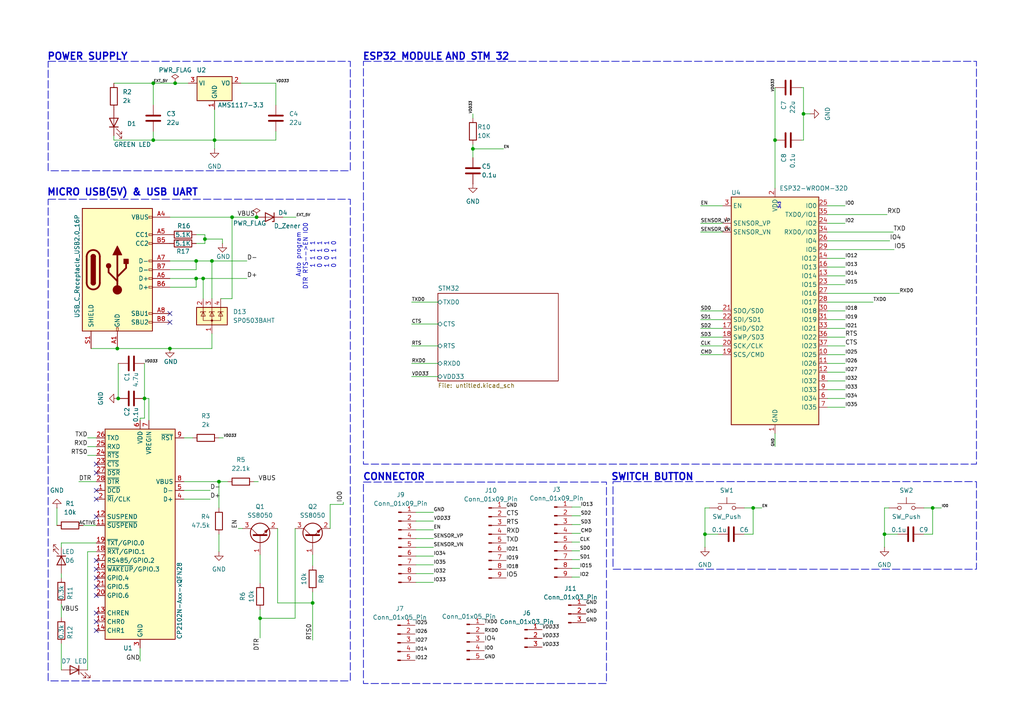
<source format=kicad_sch>
(kicad_sch (version 20250114) (generator "eeschema") (generator_version "9.0")
  (paper "A4")
  (title_block (title "ESP32 SRA") (date "2025-07-25") (rev "1") (company "OMKAR NANAJKAR"))
  (lib_symbols
    (symbol "Connector:Conn_01x03_Pin" (pin_names (offset 1.016) (hide yes))
      (property "Reference" "J" (at 0 5.08 0))
      (property "Value" "Conn_01x03_Pin" (at 0 -5.08 0))
      (symbol "Conn_01x03_Pin_1_1"
        (pin passive line (at 5.08 2.54 180) (length 3.81) (name "Pin_1") (number "1"))
        (pin passive line (at 5.08 0 180) (length 3.81) (name "Pin_2") (number "2"))
        (pin passive line (at 5.08 -2.54 180) (length 3.81) (name "Pin_3") (number "3"))
      )
    )
    (symbol "Connector:Conn_01x05_Pin" (pin_names (offset 1.016) (hide yes))
      (property "Reference" "J" (at 0 7.62 0))
      (property "Value" "Conn_01x05_Pin" (at 0 -7.62 0))
      (symbol "Conn_01x05_Pin_1_1"
        (pin passive line (at 5.08 5.08 180) (length 3.81) (name "Pin_1") (number "1"))
        (pin passive line (at 5.08 2.54 180) (length 3.81) (name "Pin_2") (number "2"))
        (pin passive line (at 5.08 0 180) (length 3.81) (name "Pin_3") (number "3"))
        (pin passive line (at 5.08 -2.54 180) (length 3.81) (name "Pin_4") (number "4"))
        (pin passive line (at 5.08 -5.08 180) (length 3.81) (name "Pin_5") (number "5"))
      )
    )
    (symbol "Connector:Conn_01x09_Pin" (pin_names (offset 1.016) (hide yes))
      (property "Reference" "J" (at 0 12.7 0))
      (property "Value" "Conn_01x09_Pin" (at 0 -12.7 0))
      (symbol "Conn_01x09_Pin_1_1"
        (pin passive line (at 5.08 10.16 180) (length 3.81) (name "Pin_1") (number "1"))
        (pin passive line (at 5.08 7.62 180) (length 3.81) (name "Pin_2") (number "2"))
        (pin passive line (at 5.08 5.08 180) (length 3.81) (name "Pin_3") (number "3"))
        (pin passive line (at 5.08 2.54 180) (length 3.81) (name "Pin_4") (number "4"))
        (pin passive line (at 5.08 0 180) (length 3.81) (name "Pin_5") (number "5"))
        (pin passive line (at 5.08 -2.54 180) (length 3.81) (name "Pin_6") (number "6"))
        (pin passive line (at 5.08 -5.08 180) (length 3.81) (name "Pin_7") (number "7"))
        (pin passive line (at 5.08 -7.62 180) (length 3.81) (name "Pin_8") (number "8"))
        (pin passive line (at 5.08 -10.16 180) (length 3.81) (name "Pin_9") (number "9"))
      )
    )
    (symbol "Connector:USB_C_Receptacle_USB2.0_16P" (pin_names (offset 1.016))
      (property "Reference" "J" (at 0 22.225 0))
      (property "Value" "USB_C_Receptacle_USB2.0_16P" (at 0 19.685 0))
      (symbol "USB_C_Receptacle_USB2.0_16P_1_1"
        (pin passive line (at -7.62 -22.86 90) (length 5.08) (name "SHIELD") (number "S1"))
        (pin passive line (at 0 -22.86 90) (length 5.08) (name "GND") (number "A1"))
        (pin passive line (at 0 -22.86 90) (length 5.08) (hide yes) (name "GND") (number "A12"))
        (pin passive line (at 0 -22.86 90) (length 5.08) (hide yes) (name "GND") (number "B1"))
        (pin passive line (at 0 -22.86 90) (length 5.08) (hide yes) (name "GND") (number "B12"))
        (pin passive line (at 15.24 15.24 180) (length 5.08) (name "VBUS") (number "A4"))
        (pin passive line (at 15.24 15.24 180) (length 5.08) (hide yes) (name "VBUS") (number "A9"))
        (pin passive line (at 15.24 15.24 180) (length 5.08) (hide yes) (name "VBUS") (number "B4"))
        (pin passive line (at 15.24 15.24 180) (length 5.08) (hide yes) (name "VBUS") (number "B9"))
        (pin bidirectional line (at 15.24 10.16 180) (length 5.08) (name "CC1") (number "A5"))
        (pin bidirectional line (at 15.24 7.62 180) (length 5.08) (name "CC2") (number "B5"))
        (pin bidirectional line (at 15.24 2.54 180) (length 5.08) (name "D-") (number "A7"))
        (pin bidirectional line (at 15.24 0 180) (length 5.08) (name "D-") (number "B7"))
        (pin bidirectional line (at 15.24 -2.54 180) (length 5.08) (name "D+") (number "A6"))
        (pin bidirectional line (at 15.24 -5.08 180) (length 5.08) (name "D+") (number "B6"))
        (pin bidirectional line (at 15.24 -12.7 180) (length 5.08) (name "SBU1") (number "A8"))
        (pin bidirectional line (at 15.24 -15.24 180) (length 5.08) (name "SBU2") (number "B8"))
      )
    )
    (symbol "Device:C" (pin_numbers (hide yes)) (pin_names (offset 0.254))
      (property "Reference" "C" (at 0.635 2.54 0))
      (property "Value" "C" (at 0.635 -2.54 0))
      (symbol "C_1_1"
        (pin passive line (at 0 3.81 270) (length 2.794) (name "~") (number "1"))
        (pin passive line (at 0 -3.81 90) (length 2.794) (name "~") (number "2"))
      )
    )
    (symbol "Device:D_Zener" (pin_numbers (hide yes)) (pin_names (offset 1.016) (hide yes))
      (property "Reference" "D" (at 0 2.54 0))
      (property "Value" "D_Zener" (at 0 -2.54 0))
      (symbol "D_Zener_1_1"
        (pin passive line (at -3.81 0 0) (length 2.54) (name "K") (number "1"))
        (pin passive line (at 3.81 0 180) (length 2.54) (name "A") (number "2"))
      )
    )
    (symbol "Device:LED" (pin_numbers (hide yes)) (pin_names (offset 1.016) (hide yes))
      (property "Reference" "D" (at 0 2.54 0))
      (property "Value" "LED" (at 0 -2.54 0))
      (symbol "LED_1_1"
        (pin passive line (at -3.81 0 0) (length 2.54) (name "K") (number "1"))
        (pin passive line (at 3.81 0 180) (length 2.54) (name "A") (number "2"))
      )
    )
    (symbol "Device:R" (pin_numbers (hide yes)) (pin_names (offset 0))
      (property "Reference" "R" (at 2.032 0 90))
      (property "Value" "R" (at 0 0 90))
      (symbol "R_1_1"
        (pin passive line (at 0 3.81 270) (length 1.27) (name "~") (number "1"))
        (pin passive line (at 0 -3.81 90) (length 1.27) (name "~") (number "2"))
      )
    )
    (symbol "Interface_USB:CP2102N-Axx-xQFN28"
      (property "Reference" "U" (at -8.89 31.75 0))
      (property "Value" "CP2102N-Axx-xQFN28" (at 12.7 31.75 0))
      (symbol "CP2102N-Axx-xQFN28_1_1"
        (pin input line (at -12.7 27.94 0) (length 2.54) (name "~{RST}") (number "9"))
        (pin input line (at -12.7 15.24 0) (length 2.54) (name "VBUS") (number "8"))
        (pin bidirectional line (at -12.7 12.7 0) (length 2.54) (name "D-") (number "5"))
        (pin bidirectional line (at -12.7 10.16 0) (length 2.54) (name "D+") (number "4"))
        (pin no_connect line (at -10.16 -27.94 0) (length 2.54) (hide yes) (name "NC") (number "10"))
        (pin power_in line (at -2.54 33.02 270) (length 2.54) (name "VREGIN") (number "7"))
        (pin power_in line (at 0 33.02 270) (length 2.54) (name "VDD") (number "6"))
        (pin passive line (at 0 -33.02 90) (length 2.54) (hide yes) (name "GND") (number "29"))
        (pin power_in line (at 0 -33.02 90) (length 2.54) (name "GND") (number "3"))
        (pin output line (at 12.7 27.94 180) (length 2.54) (name "TXD") (number "26"))
        (pin input line (at 12.7 25.4 180) (length 2.54) (name "RXD") (number "25"))
        (pin output line (at 12.7 22.86 180) (length 2.54) (name "~{RTS}") (number "24"))
        (pin input line (at 12.7 20.32 180) (length 2.54) (name "~{CTS}") (number "23"))
        (pin input line (at 12.7 17.78 180) (length 2.54) (name "~{DSR}") (number "27"))
        (pin output line (at 12.7 15.24 180) (length 2.54) (name "~{DTR}") (number "28"))
        (pin input line (at 12.7 12.7 180) (length 2.54) (name "~{DCD}") (number "1"))
        (pin bidirectional line (at 12.7 10.16 180) (length 2.54) (name "~{RI}/CLK") (number "2"))
        (pin output line (at 12.7 5.08 180) (length 2.54) (name "SUSPEND") (number "12"))
        (pin output line (at 12.7 2.54 180) (length 2.54) (name "~{SUSPEND}") (number "11"))
        (pin bidirectional line (at 12.7 -2.54 180) (length 2.54) (name "~{TXT}/GPIO.0") (number "19"))
        (pin bidirectional line (at 12.7 -5.08 180) (length 2.54) (name "~{RXT}/GPIO.1") (number "18"))
        (pin bidirectional line (at 12.7 -7.62 180) (length 2.54) (name "RS485/GPIO.2") (number "17"))
        (pin bidirectional line (at 12.7 -10.16 180) (length 2.54) (name "~{WAKEUP}/GPIO.3") (number "16"))
        (pin bidirectional line (at 12.7 -12.7 180) (length 2.54) (name "GPIO.4") (number "22"))
        (pin bidirectional line (at 12.7 -15.24 180) (length 2.54) (name "GPIO.5") (number "21"))
        (pin bidirectional line (at 12.7 -17.78 180) (length 2.54) (name "GPIO.6") (number "20"))
        (pin output line (at 12.7 -22.86 180) (length 2.54) (name "CHREN") (number "13"))
        (pin output line (at 12.7 -25.4 180) (length 2.54) (name "CHR0") (number "15"))
        (pin output line (at 12.7 -27.94 180) (length 2.54) (name "CHR1") (number "14"))
      )
    )
    (symbol "Power_Protection:SP0503BAHT" (pin_names (hide yes))
      (property "Reference" "D" (at 5.715 2.54 0))
      (property "Value" "SP0503BAHT" (at 5.715 0.635 0))
      (symbol "SP0503BAHT_0_0"
        (pin passive line (at 0 -5.08 90) (length 2.54) (name "A") (number "1"))
      )
      (symbol "SP0503BAHT_1_1"
        (pin passive line (at -2.54 5.08 270) (length 2.54) (name "K") (number "2"))
        (pin passive line (at 0 5.08 270) (length 2.54) (name "K") (number "3"))
        (pin passive line (at 2.54 5.08 270) (length 2.54) (name "K") (number "4"))
      )
    )
    (symbol "RF_Module:ESP32-WROOM-32D"
      (property "Reference" "U" (at -12.7 34.29 0))
      (property "Value" "ESP32-WROOM-32D" (at 1.27 34.29 0))
      (symbol "ESP32-WROOM-32D_1_1"
        (pin input line (at -15.24 30.48 0) (length 2.54) (name "EN") (number "3"))
        (pin input line (at -15.24 25.4 0) (length 2.54) (name "SENSOR_VP") (number "4"))
        (pin input line (at -15.24 22.86 0) (length 2.54) (name "SENSOR_VN") (number "5"))
        (pin bidirectional line (at -15.24 0 0) (length 2.54) (name "SDO/SD0") (number "21"))
        (pin bidirectional line (at -15.24 -2.54 0) (length 2.54) (name "SDI/SD1") (number "22"))
        (pin bidirectional line (at -15.24 -5.08 0) (length 2.54) (name "SHD/SD2") (number "17"))
        (pin bidirectional line (at -15.24 -7.62 0) (length 2.54) (name "SWP/SD3") (number "18"))
        (pin bidirectional line (at -15.24 -10.16 0) (length 2.54) (name "SCK/CLK") (number "20"))
        (pin bidirectional line (at -15.24 -12.7 0) (length 2.54) (name "SCS/CMD") (number "19"))
        (pin no_connect line (at -12.7 -27.94 0) (length 2.54) (hide yes) (name "NC") (number "32"))
        (pin power_in line (at 0 35.56 270) (length 2.54) (name "VDD") (number "2"))
        (pin power_in line (at 0 -35.56 90) (length 2.54) (name "GND") (number "1"))
        (pin passive line (at 0 -35.56 90) (length 2.54) (hide yes) (name "GND") (number "15"))
        (pin passive line (at 0 -35.56 90) (length 2.54) (hide yes) (name "GND") (number "38"))
        (pin passive line (at 0 -35.56 90) (length 2.54) (hide yes) (name "GND") (number "39"))
        (pin bidirectional line (at 15.24 30.48 180) (length 2.54) (name "IO0") (number "25"))
        (pin bidirectional line (at 15.24 27.94 180) (length 2.54) (name "TXD0/IO1") (number "35"))
        (pin bidirectional line (at 15.24 25.4 180) (length 2.54) (name "IO2") (number "24"))
        (pin bidirectional line (at 15.24 22.86 180) (length 2.54) (name "RXD0/IO3") (number "34"))
        (pin bidirectional line (at 15.24 20.32 180) (length 2.54) (name "IO4") (number "26"))
        (pin bidirectional line (at 15.24 17.78 180) (length 2.54) (name "IO5") (number "29"))
        (pin bidirectional line (at 15.24 15.24 180) (length 2.54) (name "IO12") (number "14"))
        (pin bidirectional line (at 15.24 12.7 180) (length 2.54) (name "IO13") (number "16"))
        (pin bidirectional line (at 15.24 10.16 180) (length 2.54) (name "IO14") (number "13"))
        (pin bidirectional line (at 15.24 7.62 180) (length 2.54) (name "IO15") (number "23"))
        (pin bidirectional line (at 15.24 5.08 180) (length 2.54) (name "IO16") (number "27"))
        (pin bidirectional line (at 15.24 2.54 180) (length 2.54) (name "IO17") (number "28"))
        (pin bidirectional line (at 15.24 0 180) (length 2.54) (name "IO18") (number "30"))
        (pin bidirectional line (at 15.24 -2.54 180) (length 2.54) (name "IO19") (number "31"))
        (pin bidirectional line (at 15.24 -5.08 180) (length 2.54) (name "IO21") (number "33"))
        (pin bidirectional line (at 15.24 -7.62 180) (length 2.54) (name "IO22") (number "36"))
        (pin bidirectional line (at 15.24 -10.16 180) (length 2.54) (name "IO23") (number "37"))
        (pin bidirectional line (at 15.24 -12.7 180) (length 2.54) (name "IO25") (number "10"))
        (pin bidirectional line (at 15.24 -15.24 180) (length 2.54) (name "IO26") (number "11"))
        (pin bidirectional line (at 15.24 -17.78 180) (length 2.54) (name "IO27") (number "12"))
        (pin bidirectional line (at 15.24 -20.32 180) (length 2.54) (name "IO32") (number "8"))
        (pin bidirectional line (at 15.24 -22.86 180) (length 2.54) (name "IO33") (number "9"))
        (pin input line (at 15.24 -25.4 180) (length 2.54) (name "IO34") (number "6"))
        (pin input line (at 15.24 -27.94 180) (length 2.54) (name "IO35") (number "7"))
      )
    )
    (symbol "Regulator_Linear:AMS1117-3.3"
      (property "Reference" "U" (at -3.81 3.175 0))
      (property "Value" "AMS1117-3.3" (at 0 3.175 0))
      (symbol "AMS1117-3.3_1_1"
        (pin power_in line (at -7.62 0 0) (length 2.54) (name "VI") (number "3"))
        (pin power_in line (at 0 -7.62 90) (length 2.54) (name "GND") (number "1"))
        (pin power_out line (at 7.62 0 180) (length 2.54) (name "VO") (number "2"))
      )
    )
    (symbol "Switch:SW_Push" (pin_numbers (hide yes)) (pin_names (offset 1.016) (hide yes))
      (property "Reference" "SW" (at 1.27 2.54 0))
      (property "Value" "SW_Push" (at 0 -1.524 0))
      (symbol "SW_Push_0_1"
        (pin passive line (at -5.08 0 0) (length 2.54) (name "1") (number "1"))
        (pin passive line (at 5.08 0 180) (length 2.54) (name "2") (number "2"))
      )
    )
    (symbol "Transistor_BJT:SS8050" (pin_names (offset 0) (hide yes))
      (property "Reference" "Q" (at 5.08 1.905 0))
      (property "Value" "SS8050" (at 5.08 0 0))
      (symbol "SS8050_1_1"
        (pin input line (at -5.08 0 0) (length 2.54) (name "B") (number "1"))
        (pin passive line (at 2.54 5.08 270) (length 2.54) (name "C") (number "3"))
        (pin passive line (at 2.54 -5.08 90) (length 2.54) (name "E") (number "2"))
      )
    )
    (symbol "power:GND" (power) (pin_numbers (hide yes)) (pin_names (offset 0) (hide yes))
      (property "Value" "GND" (at 0 -3.81 0))
      (symbol "GND_1_1"
        (pin power_in line (at 0 0 270) (length 0) (name "~") (number "1"))
      )
    )
    (symbol "power:PWR_FLAG" (power) (pin_numbers (hide yes)) (pin_names (offset 0) (hide yes))
      (property "Value" "PWR_FLAG" (at 0 3.81 0))
      (symbol "PWR_FLAG_0_0"
        (pin power_out line (at 0 0 90) (length 0) (name "~") (number "1"))
      )
    )
  )
  (rectangle (start 177.8 139.7) (end 283.21 165.1) (stroke (width 0.2) (type dash)))
  (rectangle (start 105.41 139.827) (end 175.895 198.247) (stroke (width 0.2) (type dash)))
  (rectangle (start 13.97 17.78) (end 101.6 49.53) (stroke (width 0.2) (type dash)))
  (rectangle (start 13.97 57.785) (end 101.6 197.485) (stroke (width 0.2) (type dash)))
  (rectangle (start 105.41 17.78) (end 283.21 134.62) (stroke (width 0.2) (type dash)))
  (text "3v3\n" (at 226.06 59.69 90) (effects (font (size 0.762 0.762))))
  (text " Auto program\nDTR RTS-->EN IO0\n 1 1 1 1\n 0 0 1 1\n 1 0 0 1\n 0 1 1 0" (at 91.694 74.422 90) (effects (font (size 1.27 1.27))))
  (text "ESP32 MODULE" (at 116.84 16.51 0) (effects (font (size 2 2) (thickness 0.4) (bold yes))))
  (text "MICRO USB(5V) & USB UART" (at 35.56 55.88 0) (effects (font (size 2 2) (thickness 0.4) (bold yes))))
  (text "CONNECTOR" (at 114.3 138.43 0) (effects (font (size 2 2) (thickness 0.4) (bold yes))))
  (text "AND STM 32" (at 138.43 16.51 0) (effects (font (size 2 2) (thickness 0.4) (bold yes))))
  (text "POWER SUPPLY\n" (at 25.4 16.51 0) (effects (font (size 2 2) (thickness 0.4) (bold yes))))
  (text "SWITCH BUTTON" (at 189.23 138.43 0) (effects (font (size 2 2) (thickness 0.4) (bold yes))))
  (junction (at 224.79 40.64))
  (junction (at 256.54 154.94))
  (junction (at 61.468 75.692))
  (junction (at 233.045 33.02))
  (junction (at 63.5 139.7))
  (junction (at 218.44 147.32))
  (junction (at 41.91 115.57))
  (junction (at 137.16 43.18))
  (junction (at 56.896 80.772))
  (junction (at 75.438 179.324))
  (junction (at 62.23 40.64))
  (junction (at 34.29 115.57))
  (junction (at 59.436 69.342))
  (junction (at 90.678 174.879))
  (junction (at 49.276 101.092))
  (junction (at 34.036 101.092))
  (junction (at 270.51 147.32))
  (junction (at 56.896 75.692))
  (junction (at 44.45 40.64))
  (junction (at 67.31 62.992))
  (junction (at 58.928 80.772))
  (junction (at 204.47 154.94))
  (junction (at 50.8 24.13))
  (junction (at 74.422 62.992))
  (junction (at 44.45 24.13))
  (no_connect (at 27.94 162.56))
  (no_connect (at 27.94 167.64))
  (no_connect (at 27.94 177.8))
  (no_connect (at 27.94 165.1))
  (no_connect (at 27.94 182.88))
  (no_connect (at 27.94 172.72))
  (no_connect (at 27.94 137.16))
  (no_connect (at 27.94 170.18))
  (no_connect (at 27.94 142.24))
  (no_connect (at 27.94 180.34))
  (no_connect (at 27.94 149.86))
  (no_connect (at 27.94 134.62))
  (no_connect (at 49.276 93.472))
  (no_connect (at 49.276 90.932))
  (no_connect (at 27.94 144.78))
  (wire (pts (xy 73.66 139.7) (xy 74.93 139.7)))
  (wire (pts (xy 33.02 24.13) (xy 44.45 24.13)))
  (wire (pts (xy 64.516 69.342) (xy 59.436 69.342)))
  (wire (pts (xy 204.47 154.94) (xy 208.28 154.94)))
  (wire (pts (xy 256.54 147.32) (xy 257.81 147.32)))
  (wire (pts (xy 203.2 95.25) (xy 209.55 95.25)))
  (wire (pts (xy 63.5 127) (xy 64.77 127)))
  (wire (pts (xy 90.678 174.879) (xy 90.678 171.704)))
  (wire (pts (xy 270.51 154.94) (xy 267.97 154.94)))
  (wire (pts (xy 59.436 69.342) (xy 59.436 70.612)))
  (wire (pts (xy 233.045 33.02) (xy 233.045 40.64)))
  (wire (pts (xy 49.276 80.772) (xy 56.896 80.772)))
  (wire (pts (xy 43.18 115.57) (xy 41.91 115.57)))
  (wire (pts (xy 75.438 160.909) (xy 75.438 169.164)))
  (wire (pts (xy 218.44 147.32) (xy 218.44 154.94)))
  (wire (pts (xy 257.302 62.23) (xy 240.03 62.23)))
  (wire (pts (xy 80.01 24.13) (xy 80.01 30.48)))
  (wire (pts (xy 233.045 33.02) (xy 234.95 33.02)))
  (wire (pts (xy 61.468 96.774) (xy 61.468 101.092)))
  (wire (pts (xy 17.78 175.26) (xy 17.78 179.07)))
  (wire (pts (xy 25.4 160.02) (xy 25.4 194.31)))
  (wire (pts (xy 240.03 72.39) (xy 259.334 72.39)))
  (wire (pts (xy 82.042 62.992) (xy 85.852 62.992)))
  (wire (pts (xy 119.38 93.98) (xy 127 93.98)))
  (wire (pts (xy 80.518 153.289) (xy 80.518 174.879)))
  (wire (pts (xy 120.65 161.29) (xy 125.73 161.29)))
  (wire (pts (xy 56.896 75.692) (xy 56.896 78.232)))
  (wire (pts (xy 270.51 147.32) (xy 270.51 154.94)))
  (wire (pts (xy 232.41 25.4) (xy 233.045 25.4)))
  (wire (pts (xy 63.5 139.7) (xy 53.34 139.7)))
  (wire (pts (xy 66.04 139.7) (xy 63.5 139.7)))
  (wire (pts (xy 203.2 97.79) (xy 209.55 97.79)))
  (wire (pts (xy 240.03 118.11) (xy 245.11 118.11)))
  (wire (pts (xy 224.79 25.4) (xy 224.79 40.64)))
  (wire (pts (xy 27.94 157.48) (xy 17.78 157.48)))
  (wire (pts (xy 203.2 67.31) (xy 209.55 67.31)))
  (wire (pts (xy 75.438 179.324) (xy 85.598 179.324)))
  (wire (pts (xy 137.16 41.91) (xy 137.16 43.18)))
  (wire (pts (xy 17.78 166.37) (xy 17.78 167.64)))
  (wire (pts (xy 85.598 153.289) (xy 85.598 179.324)))
  (wire (pts (xy 240.03 92.71) (xy 245.11 92.71)))
  (wire (pts (xy 17.78 186.69) (xy 17.78 194.31)))
  (wire (pts (xy 27.94 129.54) (xy 25.4 129.54)))
  (wire (pts (xy 75.438 179.324) (xy 75.438 176.784)))
  (wire (pts (xy 240.03 95.25) (xy 245.11 95.25)))
  (wire (pts (xy 120.65 148.59) (xy 125.73 148.59)))
  (wire (pts (xy 203.2 102.87) (xy 209.55 102.87)))
  (wire (pts (xy 33.02 39.37) (xy 33.02 40.64)))
  (wire (pts (xy 64.008 86.614) (xy 67.31 86.614)))
  (wire (pts (xy 16.51 147.32) (xy 16.51 152.4)))
  (wire (pts (xy 224.79 40.64) (xy 224.79 54.61)))
  (wire (pts (xy 63.5 139.7) (xy 63.5 147.32)))
  (wire (pts (xy 240.03 77.47) (xy 245.11 77.47)))
  (wire (pts (xy 80.01 40.64) (xy 80.01 38.1)))
  (wire (pts (xy 215.9 147.32) (xy 218.44 147.32)))
  (wire (pts (xy 165.862 159.766) (xy 168.148 159.766)))
  (wire (pts (xy 61.468 75.692) (xy 71.628 75.692)))
  (wire (pts (xy 119.38 87.63) (xy 127 87.63)))
  (wire (pts (xy 40.64 187.96) (xy 40.64 191.77)))
  (wire (pts (xy 240.03 115.57) (xy 245.11 115.57)))
  (wire (pts (xy 119.38 100.33) (xy 127 100.33)))
  (wire (pts (xy 55.88 127) (xy 53.34 127)))
  (wire (pts (xy 240.03 74.93) (xy 245.11 74.93)))
  (wire (pts (xy 137.16 43.18) (xy 137.16 45.72)))
  (wire (pts (xy 41.91 105.41) (xy 41.91 115.57)))
  (wire (pts (xy 69.85 24.13) (xy 80.01 24.13)))
  (wire (pts (xy 95.758 146.304) (xy 95.758 153.289)))
  (wire (pts (xy 240.03 105.41) (xy 245.11 105.41)))
  (wire (pts (xy 204.47 147.32) (xy 205.74 147.32)))
  (wire (pts (xy 64.516 70.612) (xy 64.516 69.342)))
  (wire (pts (xy 240.03 102.87) (xy 245.11 102.87)))
  (wire (pts (xy 233.045 25.4) (xy 233.045 33.02)))
  (wire (pts (xy 67.31 62.992) (xy 74.422 62.992)))
  (wire (pts (xy 256.54 154.94) (xy 260.35 154.94)))
  (wire (pts (xy 165.862 147.066) (xy 168.402 147.066)))
  (wire (pts (xy 56.896 78.232) (xy 49.276 78.232)))
  (wire (pts (xy 267.97 147.32) (xy 270.51 147.32)))
  (wire (pts (xy 49.276 75.692) (xy 56.896 75.692)))
  (wire (pts (xy 63.5 154.94) (xy 63.5 160.02)))
  (wire (pts (xy 67.31 62.992) (xy 67.31 86.614)))
  (wire (pts (xy 165.862 154.686) (xy 168.402 154.686)))
  (wire (pts (xy 137.16 43.18) (xy 146.05 43.18)))
  (wire (pts (xy 240.03 67.31) (xy 259.08 67.31)))
  (wire (pts (xy 204.47 154.94) (xy 204.47 158.75)))
  (wire (pts (xy 44.45 30.48) (xy 44.45 24.13)))
  (wire (pts (xy 22.86 139.7) (xy 27.94 139.7)))
  (wire (pts (xy 240.03 82.55) (xy 245.11 82.55)))
  (wire (pts (xy 120.65 163.83) (xy 125.73 163.83)))
  (wire (pts (xy 253.238 87.63) (xy 240.03 87.63)))
  (wire (pts (xy 224.79 125.73) (xy 224.79 129.54)))
  (wire (pts (xy 120.65 151.13) (xy 125.73 151.13)))
  (wire (pts (xy 17.78 157.48) (xy 17.78 158.75)))
  (wire (pts (xy 58.928 80.772) (xy 56.896 80.772)))
  (wire (pts (xy 119.38 109.22) (xy 127 109.22)))
  (wire (pts (xy 240.03 64.77) (xy 245.11 64.77)))
  (wire (pts (xy 27.94 127) (xy 25.4 127)))
  (wire (pts (xy 40.64 121.285) (xy 41.91 121.285)))
  (wire (pts (xy 165.862 167.386) (xy 168.148 167.386)))
  (wire (pts (xy 99.568 145.669) (xy 99.568 146.304)))
  (wire (pts (xy 99.568 146.304) (xy 95.758 146.304)))
  (wire (pts (xy 120.65 168.91) (xy 125.73 168.91)))
  (wire (pts (xy 240.03 59.69) (xy 245.11 59.69)))
  (wire (pts (xy 34.036 101.092) (xy 49.276 101.092)))
  (wire (pts (xy 56.896 80.772) (xy 56.896 83.312)))
  (wire (pts (xy 203.2 64.77) (xy 209.55 64.77)))
  (wire (pts (xy 34.29 105.41) (xy 34.29 115.57)))
  (wire (pts (xy 218.44 147.32) (xy 220.98 147.32)))
  (wire (pts (xy 75.438 185.039) (xy 75.438 179.324)))
  (wire (pts (xy 25.4 160.02) (xy 27.94 160.02)))
  (wire (pts (xy 240.03 97.79) (xy 245.11 97.79)))
  (wire (pts (xy 61.468 75.692) (xy 56.896 75.692)))
  (wire (pts (xy 62.23 31.75) (xy 62.23 40.64)))
  (wire (pts (xy 165.862 152.146) (xy 168.402 152.146)))
  (wire (pts (xy 240.03 113.03) (xy 245.11 113.03)))
  (wire (pts (xy 165.862 162.306) (xy 168.148 162.306)))
  (wire (pts (xy 120.65 156.21) (xy 125.73 156.21)))
  (wire (pts (xy 165.862 164.846) (xy 168.148 164.846)))
  (wire (pts (xy 49.276 62.992) (xy 67.31 62.992)))
  (wire (pts (xy 90.678 160.909) (xy 90.678 164.084)))
  (wire (pts (xy 59.436 68.072) (xy 59.436 69.342)))
  (wire (pts (xy 137.16 33.02) (xy 137.16 34.29)))
  (wire (pts (xy 256.54 154.94) (xy 256.54 158.75)))
  (wire (pts (xy 33.02 40.64) (xy 44.45 40.64)))
  (wire (pts (xy 119.38 105.41) (xy 127 105.41)))
  (wire (pts (xy 165.862 149.606) (xy 168.402 149.606)))
  (wire (pts (xy 27.94 132.08) (xy 25.4 132.08)))
  (wire (pts (xy 62.23 40.64) (xy 80.01 40.64)))
  (wire (pts (xy 62.23 40.64) (xy 62.23 43.18)))
  (wire (pts (xy 270.51 147.32) (xy 273.05 147.32)))
  (wire (pts (xy 27.94 152.4) (xy 24.13 152.4)))
  (wire (pts (xy 256.54 147.32) (xy 256.54 154.94)))
  (wire (pts (xy 40.64 121.285) (xy 40.64 121.92)))
  (wire (pts (xy 58.928 80.772) (xy 58.928 86.614)))
  (wire (pts (xy 120.65 158.75) (xy 125.73 158.75)))
  (wire (pts (xy 165.862 157.226) (xy 168.148 157.226)))
  (wire (pts (xy 90.678 185.674) (xy 90.678 174.879)))
  (wire (pts (xy 43.18 121.92) (xy 43.18 115.57)))
  (wire (pts (xy 240.03 100.33) (xy 245.11 100.33)))
  (wire (pts (xy 203.2 59.69) (xy 209.55 59.69)))
  (wire (pts (xy 203.2 92.71) (xy 209.55 92.71)))
  (wire (pts (xy 70.358 153.289) (xy 69.088 153.289)))
  (wire (pts (xy 240.03 107.95) (xy 245.11 107.95)))
  (wire (pts (xy 260.858 85.09) (xy 240.03 85.09)))
  (wire (pts (xy 59.436 70.612) (xy 56.896 70.612)))
  (wire (pts (xy 49.276 101.092) (xy 61.468 101.092)))
  (wire (pts (xy 218.44 154.94) (xy 215.9 154.94)))
  (wire (pts (xy 233.045 40.64) (xy 232.41 40.64)))
  (wire (pts (xy 240.03 69.85) (xy 258.064 69.85)))
  (wire (pts (xy 240.03 90.17) (xy 245.11 90.17)))
  (wire (pts (xy 59.436 68.072) (xy 56.896 68.072)))
  (wire (pts (xy 240.03 110.49) (xy 245.11 110.49)))
  (wire (pts (xy 203.2 90.17) (xy 209.55 90.17)))
  (wire (pts (xy 60.96 142.24) (xy 53.34 142.24)))
  (wire (pts (xy 50.8 24.13) (xy 54.61 24.13)))
  (wire (pts (xy 44.45 24.13) (xy 50.8 24.13)))
  (wire (pts (xy 41.91 121.285) (xy 41.91 115.57)))
  (wire (pts (xy 58.928 80.772) (xy 71.628 80.772)))
  (wire (pts (xy 240.03 80.01) (xy 245.11 80.01)))
  (wire (pts (xy 120.65 166.37) (xy 125.73 166.37)))
  (wire (pts (xy 56.896 83.312) (xy 49.276 83.312)))
  (wire (pts (xy 61.468 75.692) (xy 61.468 86.614)))
  (wire (pts (xy 203.2 100.33) (xy 209.55 100.33)))
  (wire (pts (xy 44.45 38.1) (xy 44.45 40.64)))
  (wire (pts (xy 80.518 174.879) (xy 90.678 174.879)))
  (wire (pts (xy 60.96 144.78) (xy 53.34 144.78)))
  (wire (pts (xy 26.416 101.092) (xy 34.036 101.092)))
  (wire (pts (xy 204.47 147.32) (xy 204.47 154.94)))
  (wire (pts (xy 44.45 40.64) (xy 62.23 40.64)))
  (wire (pts (xy 120.65 153.67) (xy 125.73 153.67)))
  (label "SD1" (at 203.2 92.71 0) (effects (font (size 1 1))))
  (label "RXD0" (at 260.858 85.09 0) (effects (font (size 1 1))))
  (label "RTS" (at 146.812 152.4 0))
  (label "GND" (at 169.926 175.514 0) (effects (font (size 1 1))))
  (label "CMD" (at 168.402 154.686 0) (effects (font (size 1 1))))
  (label "D+" (at 71.628 80.772 0))
  (label "D-" (at 60.96 142.24 0))
  (label "SD2" (at 168.402 149.606 0) (effects (font (size 1 1))))
  (label "IO13" (at 168.402 147.066 0) (effects (font (size 1 1))))
  (label "SD3" (at 203.2 97.79 0) (effects (font (size 1 1))))
  (label "VDD33" (at 157.226 185.166 0) (effects (font (size 1 1) (thickness 0.1524) (bold yes) (italic yes))))
  (label "IO21" (at 245.11 95.25 0) (effects (font (size 1 1))))
  (label "RTS0" (at 25.4 132.08 180))
  (label "RXD" (at 146.812 154.94 0))
  (label "GND" (at 224.79 129.54 90) (effects (font (size 0.762 0.762))))
  (label "ACTIVE" (at 27.94 152.4 180) (effects (font (size 1 1))))
  (label "IO5" (at 259.334 72.39 0))
  (label "DTR" (at 22.86 139.7 0))
  (label "RXD" (at 25.4 129.54 180))
  (label "TXD" (at 259.08 67.31 0))
  (label "IO26" (at 245.11 105.41 0) (effects (font (size 1 1))))
  (label "VBUS" (at 74.93 139.7 0))
  (label "SENSOR_VN" (at 125.73 158.75 0) (effects (font (size 1 1))))
  (label "RXD0" (at 140.462 183.642 0) (effects (font (size 1 1))))
  (label "VDD33" (at 41.91 105.41 0) (effects (font (size 0.762 0.762) (thickness 0.1524) (bold yes) (italic yes))))
  (label "GND" (at 125.73 148.59 0) (effects (font (size 1 1))))
  (label "IO4" (at 140.462 186.182 0))
  (label "IO34" (at 125.73 161.29 0) (effects (font (size 1 1))))
  (label "VDD33" (at 125.73 151.13 0) (effects (font (size 1 1) (thickness 0.1524) (bold yes) (italic yes))))
  (label "EN" (at 69.088 153.289 90))
  (label "TXD" (at 146.812 157.48 0))
  (label "SENSOR_VP" (at 125.73 156.21 0) (effects (font (size 1 1))))
  (label "EXT_5V" (at 85.852 62.992 0) (effects (font (size 0.762 0.762) (thickness 0.1524) (bold yes) (italic yes))))
  (label "TXD" (at 25.4 127 180))
  (label "D+" (at 60.96 144.78 0))
  (label "RTS" (at 245.11 97.79 0))
  (label "GND" (at 140.462 191.262 0) (effects (font (size 1 1))))
  (label "DTR" (at 75.438 185.039 270))
  (label "IO5" (at 146.812 167.64 0))
  (label "RTS0" (at 90.678 185.674 90))
  (label "IO13" (at 245.11 77.47 0) (effects (font (size 1 1))))
  (label "GND" (at 169.926 178.054 0) (effects (font (size 1 1))))
  (label "IO27" (at 120.396 186.436 0) (effects (font (size 1 1))))
  (label "D-" (at 71.628 75.692 0))
  (label "SD2" (at 203.2 95.25 0) (effects (font (size 1 1))))
  (label "TXD0" (at 253.238 87.63 0) (effects (font (size 1 1))))
  (label "CMD" (at 203.2 102.87 0) (effects (font (size 1 1))))
  (label "EN" (at 220.98 147.32 0) (effects (font (size 0.762 0.762))))
  (label "GND" (at 169.926 180.594 0) (effects (font (size 1 1))))
  (label "VBUS" (at 68.834 62.992 0))
  (label "RXD0" (at 119.38 105.41 0) (effects (font (size 1 1))))
  (label "IO32" (at 245.11 110.49 0) (effects (font (size 1 1))))
  (label "IO35" (at 125.73 163.83 0) (effects (font (size 1 1))))
  (label "TXD0" (at 119.38 87.63 0) (effects (font (size 1 1))))
  (label "EN" (at 125.73 153.67 0) (effects (font (size 1 1))))
  (label "IO27" (at 245.11 107.95 0) (effects (font (size 1 1))))
  (label "IO18" (at 146.812 165.1 0) (effects (font (size 1 1))))
  (label "IO19" (at 245.11 92.71 0) (effects (font (size 1 1))))
  (label "IO14" (at 120.396 188.976 0) (effects (font (size 1 1))))
  (label "IO32" (at 125.73 166.37 0) (effects (font (size 1 1))))
  (label "SENSOR_VN" (at 203.2 67.31 0) (effects (font (size 1 1))))
  (label "IO0" (at 99.568 145.669 90))
  (label "IO12" (at 245.11 74.93 0) (effects (font (size 1 1))))
  (label "IO19" (at 146.812 162.56 0) (effects (font (size 1 1))))
  (label "IO0" (at 245.11 59.69 0) (effects (font (size 1 1))))
  (label "VDD33" (at 137.16 33.02 90) (effects (font (size 0.762 0.762) (thickness 0.1524) (bold yes) (italic yes))))
  (label "IO12" (at 120.396 191.516 0) (effects (font (size 1 1))))
  (label "IO18" (at 245.11 90.17 0) (effects (font (size 1 1))))
  (label "IO15" (at 245.11 82.55 0) (effects (font (size 1 1))))
  (label "IO25" (at 245.11 102.87 0) (effects (font (size 1 1))))
  (label "CLK" (at 203.2 100.33 0) (effects (font (size 1 1))))
  (label "VBUS" (at 17.78 177.546 0))
  (label "CLK" (at 168.148 157.226 0) (effects (font (size 1 1))))
  (label "TXD0" (at 140.462 181.102 0) (effects (font (size 1 1))))
  (label "IO21" (at 146.812 160.02 0) (effects (font (size 1 1))))
  (label "CTS" (at 119.38 93.98 0) (effects (font (size 1 1))))
  (label "VDD33" (at 157.226 182.626 0) (effects (font (size 1 1) (thickness 0.1524) (bold yes) (italic yes))))
  (label "IO0" (at 140.462 188.722 0) (effects (font (size 1 1))))
  (label "IO14" (at 245.11 80.01 0) (effects (font (size 1 1))))
  (label "EN" (at 203.2 59.69 0) (effects (font (size 1 1))))
  (label "VDD33" (at 80.01 24.13 0) (effects (font (size 0.762 0.762) (thickness 0.1524) (bold yes) (italic yes))))
  (label "IO35" (at 245.11 118.11 0) (effects (font (size 1 1))))
  (label "IO2" (at 168.148 167.386 0) (effects (font (size 1 1))))
  (label "SD0" (at 203.2 90.17 0) (effects (font (size 1 1))))
  (label "SD1" (at 168.148 162.306 0) (effects (font (size 1 1))))
  (label "EXT_5V" (at 44.45 24.13 0) (effects (font (size 0.762 0.762) (thickness 0.1524) (bold yes) (italic yes))))
  (label "VDD33" (at 119.38 109.22 0) (effects (font (size 1 1) (thickness 0.1524) (bold yes) (italic yes))))
  (label "IO0" (at 273.05 147.32 0) (effects (font (size 0.762 0.762))))
  (label "RXD" (at 257.302 62.23 0))
  (label "CTS" (at 146.812 149.86 0))
  (label "VDD33" (at 224.79 26.67 90) (effects (font (size 0.762 0.762) (thickness 0.1524) (bold yes) (italic yes))))
  (label "IO26" (at 120.396 183.896 0) (effects (font (size 1 1))))
  (label "SD3" (at 168.402 152.146 0) (effects (font (size 1 1))))
  (label "IO2" (at 245.11 64.77 0) (effects (font (size 1 1))))
  (label "GND" (at 40.64 191.77 180))
  (label "IO15" (at 168.148 164.846 0) (effects (font (size 1 1))))
  (label "SD0" (at 168.148 159.766 0) (effects (font (size 1 1))))
  (label "SENSOR_VP" (at 203.2 64.77 0) (effects (font (size 1 1))))
  (label "IO33" (at 125.73 168.91 0) (effects (font (size 1 1))))
  (label "IO33" (at 245.11 113.03 0) (effects (font (size 1 1))))
  (label "IO4" (at 258.064 69.85 0))
  (label "IO25" (at 120.396 181.356 0) (effects (font (size 1 1))))
  (label "VDD33" (at 157.226 187.706 0) (effects (font (size 1 1) (thickness 0.1524) (bold yes) (italic yes))))
  (label "IO34" (at 245.11 115.57 0) (effects (font (size 1 1))))
  (label "VDD33" (at 64.77 127 0) (effects (font (size 0.762 0.762) (thickness 0.1524) (bold yes) (italic yes))))
  (label "GND" (at 146.812 147.32 0) (effects (font (size 1 1))))
  (label "RTS" (at 119.38 100.33 0) (effects (font (size 1 1))))
  (label "CTS" (at 245.11 100.33 0))
  (label "EN" (at 146.05 43.18 0) (effects (font (size 0.762 0.762))))
  (symbol (lib_id "power:GND") (at 34.29 115.57 270) (mirror x) (unit 1)
    (property "Reference" "#PWR03" (effects (hide yes)))
    (property "Value" "GND" (at 29.21 115.57 0))
    (property "Description" "Power symbol creates a global label with name \"GND\" , ground" (effects (hide yes)))
  )
  (symbol (lib_id "power:PWR_FLAG") (at 74.422 62.992 0) (unit 1)
    (property "Reference" "#FLG05" (effects (hide yes)))
    (property "Value" "PWR_FLAG" (at 72.39 64.77 0))
    (property "Description" "Special symbol for telling ERC where power comes from" (effects (hide yes)))
  )
  (symbol (lib_id "Device:R") (at 17.78 171.45 0) (unit 1)
    (property "Reference" "R11" (at 20.32 173.99 90) (effects (justify left)))
    (property "Value" "0.3k" (at 17.78 173.99 90) (effects (justify left)))
    (property "Footprint" "Resistor_SMD:R_0805_2012Metric_Pad1.20x1.40mm_HandSolder" (effects (hide yes)))
    (property "Description" "Resistor" (effects (hide yes)))
  )
  (symbol (lib_id "Regulator_Linear:AMS1117-3.3") (at 62.23 24.13 0) (unit 1)
    (property "Reference" "U2" (at 58.42 20.32 0))
    (property "Value" "AMS1117-3.3" (at 69.85 30.48 0))
    (property "Footprint" "Package_TO_SOT_SMD:SOT-223-3_TabPin2" (effects (hide yes)))
    (property "Datasheet" "http://www.advanced-monolithic.com/pdf/ds1117.pdf" (effects (hide yes)))
    (property "Description" "1A Low Dropout regulator, positive, 3.3V fixed output, SOT-223" (effects (hide yes)))
  )
  (symbol (lib_id "Device:R") (at 137.16 38.1 0) (unit 1)
    (property "Reference" "R10" (at 138.43 36.83 0) (effects (justify left)))
    (property "Value" "10K" (at 138.43 39.37 0) (effects (justify left)))
    (property "Footprint" "Resistor_SMD:R_0805_2012Metric_Pad1.20x1.40mm_HandSolder" (effects (hide yes)))
    (property "Description" "Resistor" (effects (hide yes)))
  )
  (symbol (lib_id "Device:C") (at 38.1 105.41 90) (mirror x) (unit 1)
    (property "Reference" "C1" (at 36.83 107.95 0) (effects (justify left)))
    (property "Value" "4.7u" (at 39.37 107.95 0) (effects (justify left)))
    (property "Footprint" "Capacitor_SMD:C_0805_2012Metric_Pad1.18x1.45mm_HandSolder" (effects (hide yes)))
    (property "Description" "Unpolarized capacitor" (effects (hide yes)))
  )
  (symbol (lib_id "Device:C") (at 228.6 25.4 90) (mirror x) (unit 1)
    (property "Reference" "C7" (at 227.3299 29.21 0) (effects (justify left)))
    (property "Value" "22u" (at 229.8699 29.21 0) (effects (justify left)))
    (property "Footprint" "Capacitor_SMD:C_0805_2012Metric_Pad1.18x1.45mm_HandSolder" (effects (hide yes)))
    (property "Description" "Unpolarized capacitor" (effects (hide yes)))
  )
  (symbol (lib_id "Device:R") (at 53.086 68.072 90) (unit 1)
    (property "Reference" "R16" (at 53.34 65.532 90))
    (property "Value" "5.1K" (at 53.086 68.072 90))
    (property "Footprint" "Resistor_SMD:R_0805_2012Metric" (effects (hide yes)))
    (property "Description" "Resistor" (effects (hide yes)))
  )
  (symbol (lib_id "power:GND") (at 62.23 43.18 0) (unit 1)
    (property "Reference" "#PWR04" (effects (hide yes)))
    (property "Value" "GND" (at 62.23 48.26 0))
    (property "Description" "Power symbol creates a global label with name \"GND\" , ground" (effects (hide yes)))
  )
  (symbol (lib_id "Device:C") (at 212.09 154.94 270) (mirror x) (unit 1)
    (property "Reference" "C6" (at 217.17 153.67 90) (effects (justify right)))
    (property "Value" "0.1u" (at 210.82 153.67 90) (effects (justify right)))
    (property "Footprint" "Capacitor_SMD:C_0805_2012Metric_Pad1.18x1.45mm_HandSolder" (effects (hide yes)))
    (property "Description" "Unpolarized capacitor" (effects (hide yes)))
  )
  (symbol (lib_id "power:GND") (at 234.95 33.02 90) (mirror x) (unit 1)
    (property "Reference" "#PWR09" (effects (hide yes)))
    (property "Value" "GND" (at 240.03 33.02 0))
    (property "Description" "Power symbol creates a global label with name \"GND\" , ground" (effects (hide yes)))
  )
  (symbol (lib_id "Connector:Conn_01x03_Pin") (at 152.146 185.166 0) (unit 1)
    (property "Reference" "J6" (at 152.781 177.8 0))
    (property "Value" "Conn_01x03_Pin" (at 152.781 180.34 0))
    (property "Footprint" "Connector_PinHeader_2.54mm:PinHeader_1x03_P2.54mm_Vertical" (effects (hide yes)))
    (property "Description" "Generic connector, single row, 01x03, script generated" (effects (hide yes)))
  )
  (symbol (lib_id "Connector:Conn_01x03_Pin") (at 164.846 178.054 0) (unit 1)
    (property "Reference" "J11" (at 165.481 170.688 0))
    (property "Value" "Conn_01x03_Pin" (at 165.481 173.228 0))
    (property "Footprint" "Connector_PinHeader_2.54mm:PinHeader_1x03_P2.54mm_Vertical" (effects (hide yes)))
    (property "Description" "Generic connector, single row, 01x03, script generated" (effects (hide yes)))
  )
  (symbol (lib_id "Device:C") (at 44.45 34.29 0) (unit 1)
    (property "Reference" "C3" (at 48.26 33.0199 0) (effects (justify left)))
    (property "Value" "22u" (at 48.26 35.5599 0) (effects (justify left)))
    (property "Footprint" "Capacitor_SMD:C_0805_2012Metric_Pad1.18x1.45mm_HandSolder" (effects (hide yes)))
    (property "Description" "Unpolarized capacitor" (effects (hide yes)))
  )
  (symbol (lib_id "Connector:USB_C_Receptacle_USB2.0_16P") (at 34.036 78.232 0) (unit 1)
    (property "Reference" "J2" (effects (hide yes)))
    (property "Value" "USB_C_Receptacle_USB2.0_16P" (at 22.352 77.216 90))
    (property "Footprint" "Connector_USB:USB_C_Receptacle_HRO_TYPE-C-31-M-12" (effects (hide yes)))
    (property "Datasheet" "https://www.usb.org/sites/default/files/documents/usb_type-c.zip" (effects (hide yes)))
    (property "Description" "USB 2.0-only 16P Type-C Receptacle connector" (effects (hide yes)))
  )
  (symbol (lib_id "Device:R") (at 69.85 139.7 270) (mirror x) (unit 1)
    (property "Reference" "R5" (at 69.85 133.35 90))
    (property "Value" "22.1k" (at 69.85 135.89 90))
    (property "Footprint" "Resistor_SMD:R_0805_2012Metric_Pad1.20x1.40mm_HandSolder" (effects (hide yes)))
    (property "Description" "Resistor" (effects (hide yes)))
  )
  (symbol (lib_id "power:PWR_FLAG") (at 50.8 24.13 0) (unit 1)
    (property "Reference" "#FLG01" (effects (hide yes)))
    (property "Value" "PWR_FLAG" (at 50.8 20.32 0))
    (property "Description" "Special symbol for telling ERC where power comes from" (effects (hide yes)))
  )
  (symbol (lib_id "Device:R") (at 59.69 127 90) (mirror x) (unit 1)
    (property "Reference" "R3" (at 59.69 120.65 90))
    (property "Value" "2k" (at 59.69 123.19 90))
    (property "Footprint" "Resistor_SMD:R_0805_2012Metric_Pad1.20x1.40mm_HandSolder" (effects (hide yes)))
    (property "Description" "Resistor" (effects (hide yes)))
  )
  (symbol (lib_id "Device:C") (at 264.16 154.94 270) (mirror x) (unit 1)
    (property "Reference" "C9" (at 269.24 153.67 90) (effects (justify right)))
    (property "Value" "0.1u" (at 262.89 153.67 90) (effects (justify right)))
    (property "Footprint" "Capacitor_SMD:C_0805_2012Metric_Pad1.18x1.45mm_HandSolder" (effects (hide yes)))
    (property "Description" "Unpolarized capacitor" (effects (hide yes)))
  )
  (symbol (lib_id "Device:LED") (at 21.59 194.31 0) (mirror y) (unit 1)
    (property "Reference" "D7" (at 17.78 191.77 0) (effects (justify right)))
    (property "Value" "LED" (at 21.59 191.77 0) (effects (justify right)))
    (property "Footprint" "LED_SMD:LED_0805_2012Metric_Pad1.15x1.40mm_HandSolder" (effects (hide yes)))
    (property "Description" "Light emitting diode" (effects (hide yes)))
    (property "Sim.Pins" "1=K 2=A" (effects (hide yes)))
  )
  (symbol (lib_id "Device:R") (at 20.32 152.4 90) (mirror x) (unit 1)
    (property "Reference" "R1" (at 20.32 146.05 90))
    (property "Value" "10k" (at 20.32 148.59 90))
    (property "Footprint" "Resistor_SMD:R_0805_2012Metric_Pad1.20x1.40mm_HandSolder" (effects (hide yes)))
    (property "Description" "Resistor" (effects (hide yes)))
  )
  (symbol (lib_id "Device:R") (at 53.086 70.612 90) (unit 1)
    (property "Reference" "R17" (at 53.086 72.898 90))
    (property "Value" "5.1K" (at 53.086 70.612 90))
    (property "Footprint" "Resistor_SMD:R_0805_2012Metric" (effects (hide yes)))
    (property "Description" "Resistor" (effects (hide yes)))
  )
  (symbol (lib_id "Device:C") (at 137.16 49.53 0) (mirror y) (unit 1)
    (property "Reference" "C5" (at 139.7 48.26 0) (effects (justify right)))
    (property "Value" "0.1u" (at 139.7 50.8 0) (effects (justify right)))
    (property "Footprint" "Capacitor_SMD:C_0805_2012Metric_Pad1.18x1.45mm_HandSolder" (effects (hide yes)))
    (property "Description" "Unpolarized capacitor" (effects (hide yes)))
  )
  (symbol (lib_id "Connector:Conn_01x05_Pin") (at 115.316 186.436 0) (unit 1)
    (property "Reference" "J7" (at 115.951 176.53 0))
    (property "Value" "Conn_01x05_Pin" (at 115.951 179.07 0))
    (property "Footprint" "Connector_PinHeader_2.54mm:PinHeader_1x05_P2.54mm_Vertical" (effects (hide yes)))
    (property "Description" "Generic connector, single row, 01x05, script generated" (effects (hide yes)))
  )
  (symbol (lib_id "Connector:Conn_01x05_Pin") (at 135.382 186.182 0) (unit 1)
    (property "Reference" "J8" (effects (hide yes)))
    (property "Value" "Conn_01x05_Pin" (at 136.017 178.816 0))
    (property "Footprint" "Connector_PinHeader_2.54mm:PinHeader_1x05_P2.54mm_Vertical" (effects (hide yes)))
    (property "Description" "Generic connector, single row, 01x05, script generated" (effects (hide yes)))
  )
  (symbol (lib_id "Device:R") (at 90.678 167.894 180) (unit 1)
    (property "Reference" "R8" (at 93.218 167.894 90))
    (property "Value" "10k" (at 88.138 167.894 90))
    (property "Footprint" "Resistor_SMD:R_0805_2012Metric_Pad1.20x1.40mm_HandSolder" (effects (hide yes)))
    (property "Description" "Resistor" (effects (hide yes)))
  )
  (symbol (lib_id "Connector:Conn_01x09_Pin") (at 115.57 158.75 0) (unit 1)
    (property "Reference" "J9" (at 116.205 143.51 0))
    (property "Value" "Conn_01x09_Pin" (at 116.205 146.05 0))
    (property "Footprint" "Connector_PinHeader_2.54mm:PinHeader_1x09_P2.54mm_Vertical" (effects (hide yes)))
    (property "Description" "Generic connector, single row, 01x09, script generated" (effects (hide yes)))
  )
  (symbol (lib_id "Connector:Conn_01x09_Pin") (at 160.782 157.226 0) (unit 1)
    (property "Reference" "J3" (at 161.417 141.986 0))
    (property "Value" "Conn_01x09_Pin" (at 161.417 144.526 0))
    (property "Footprint" "Connector_PinHeader_2.54mm:PinHeader_1x09_P2.54mm_Vertical" (effects (hide yes)))
    (property "Description" "Generic connector, single row, 01x09, script generated" (effects (hide yes)))
  )
  (symbol (lib_id "Power_Protection:SP0503BAHT") (at 61.468 91.694 0) (unit 1)
    (property "Reference" "D13" (at 67.564 90.4239 0) (effects (justify left)))
    (property "Value" "SP0503BAHT" (at 67.564 92.9639 0) (effects (justify left)))
    (property "Footprint" "Package_TO_SOT_SMD:SOT-143" (effects (hide yes)))
    (property "Datasheet" "http://www.littelfuse.com/~/media/files/littelfuse/technical%20resources/documents/data%20sheets/sp05xxba.pdf" (effects (hide yes)))
    (property "Description" "TVS Diode Array, 5.5V Standoff, 3 Channels, SOT-143 package" (effects (hide yes)))
  )
  (symbol (lib_id "RF_Module:ESP32-WROOM-32D") (at 224.79 90.17 0) (unit 1)
    (property "Reference" "U4" (at 212.09 55.88 0) (effects (justify left)))
    (property "Value" "ESP32-WROOM-32D" (at 226.06 54.61 0) (effects (justify left)))
    (property "Footprint" "RF_Module:ESP32-WROOM-32D" (effects (hide yes)))
    (property "Datasheet" "https://www.espressif.com/sites/default/files/documentation/esp32-wroom-32d_esp32-wroom-32u_datasheet_en.pdf" (effects (hide yes)))
    (property "Description" "RF Module, ESP32-D0WD SoC, Wi-Fi 802.11b/g/n, Bluetooth, BLE, 32-bit, 2.7-3.6V, onboard antenna, SMD" (effects (hide yes)))
  )
  (symbol (lib_id "Interface_USB:CP2102N-Axx-xQFN28") (at 40.64 154.94 0) (mirror y) (unit 1)
    (property "Reference" "U1" (at 38.4967 187.96 0) (effects (justify left)))
    (property "Value" "CP2102N-Axx-xQFN28" (at 52.07 185.42 90) (effects (justify left)))
    (property "Footprint" "Package_DFN_QFN:QFN-28-1EP_5x5mm_P0.5mm_EP3.35x3.35mm" (effects (hide yes)))
    (property "Datasheet" "https://www.silabs.com/documents/public/data-sheets/cp2102n-datasheet.pdf" (effects (hide yes)))
    (property "Description" "USB to UART master bridge, QFN-28" (effects (hide yes)))
  )
  (symbol (lib_id "Device:C") (at 38.1 115.57 90) (mirror x) (unit 1)
    (property "Reference" "C2" (at 36.83 118.11 0) (effects (justify left)))
    (property "Value" "0.1u" (at 39.37 118.11 0) (effects (justify left)))
    (property "Footprint" "Capacitor_SMD:C_0805_2012Metric_Pad1.18x1.45mm_HandSolder" (effects (hide yes)))
    (property "Description" "Unpolarized capacitor" (effects (hide yes)))
  )
  (symbol (lib_id "Device:LED") (at 33.02 35.56 90) (unit 1)
    (property "Reference" "D1" (at 36.83 35.8774 90) (effects (justify right)))
    (property "Value" "GREEN LED" (at 33.02 41.91 90) (effects (justify right)))
    (property "Footprint" "LED_SMD:LED_0805_2012Metric_Pad1.15x1.40mm_HandSolder" (effects (hide yes)))
    (property "Description" "Light emitting diode" (effects (hide yes)))
    (property "Sim.Pins" "1=K 2=A" (effects (hide yes)))
  )
  (symbol (lib_id "power:GND") (at 49.276 101.092 0) (unit 1)
    (property "Reference" "#PWR025" (effects (hide yes)))
    (property "Value" "GND" (at 49.53 104.902 0))
    (property "Description" "Power symbol creates a global label with name \"GND\" , ground" (effects (hide yes)))
  )
  (symbol (lib_id "Device:R") (at 63.5 151.13 0) (mirror x) (unit 1)
    (property "Reference" "R4" (at 60.96 149.8599 0) (effects (justify right)))
    (property "Value" "47.5k" (at 60.96 152.3999 0) (effects (justify right)))
    (property "Footprint" "Resistor_SMD:R_0805_2012Metric_Pad1.20x1.40mm_HandSolder" (effects (hide yes)))
    (property "Description" "Resistor" (effects (hide yes)))
  )
  (symbol (lib_id "power:GND") (at 63.5 160.02 0) (mirror y) (unit 1)
    (property "Reference" "#PWR05" (effects (hide yes)))
    (property "Value" "GND" (at 63.5 165.1 0))
    (property "Description" "Power symbol creates a global label with name \"GND\" , ground" (effects (hide yes)))
  )
  (symbol (lib_id "Device:R") (at 33.02 27.94 0) (unit 1)
    (property "Reference" "R2" (at 35.56 26.6699 0) (effects (justify left)))
    (property "Value" "2k" (at 35.56 29.2099 0) (effects (justify left)))
    (property "Footprint" "Resistor_SMD:R_0805_2012Metric_Pad1.20x1.40mm_HandSolder" (effects (hide yes)))
    (property "Description" "Resistor" (effects (hide yes)))
  )
  (symbol (lib_id "Switch:SW_Push") (at 262.89 147.32 0) (unit 1)
    (property "Reference" "SW2" (at 262.89 142.24 0))
    (property "Value" "SW_Push" (at 262.89 149.86 0))
    (property "Footprint" "Button_Switch_SMD:SW_Push_SPST_NO_Alps_SKRK" (effects (hide yes)))
    (property "Description" "Push button switch, generic, two pins" (effects (hide yes)))
  )
  (symbol (lib_id "power:GND") (at 256.54 158.75 0) (unit 1)
    (property "Reference" "#PWR010" (effects (hide yes)))
    (property "Value" "GND" (at 256.54 163.83 0))
    (property "Description" "Power symbol creates a global label with name \"GND\" , ground" (effects (hide yes)))
  )
  (symbol (lib_id "Device:LED") (at 17.78 162.56 270) (unit 1)
    (property "Reference" "D6" (at 21.59 162.56 90) (effects (justify right)))
    (property "Value" "LED" (at 21.59 160.02 90) (effects (justify right)))
    (property "Footprint" "LED_SMD:LED_0805_2012Metric_Pad1.15x1.40mm_HandSolder" (effects (hide yes)))
    (property "Description" "Light emitting diode" (effects (hide yes)))
    (property "Sim.Pins" "1=K 2=A" (effects (hide yes)))
  )
  (symbol (lib_id "Device:C") (at 228.6 40.64 90) (mirror x) (unit 1)
    (property "Reference" "C8" (at 227.3299 44.45 0) (effects (justify left)))
    (property "Value" "0.1u" (at 229.8699 44.45 0) (effects (justify left)))
    (property "Footprint" "Capacitor_SMD:C_0805_2012Metric_Pad1.18x1.45mm_HandSolder" (effects (hide yes)))
    (property "Description" "Unpolarized capacitor" (effects (hide yes)))
  )
  (symbol (lib_id "power:GND") (at 137.16 53.34 0) (unit 1)
    (property "Reference" "#PWR07" (effects (hide yes)))
    (property "Value" "GND" (at 137.16 58.42 0))
    (property "Description" "Power symbol creates a global label with name \"GND\" , ground" (effects (hide yes)))
  )
  (symbol (lib_id "Transistor_BJT:SS8050") (at 90.678 155.829 90) (unit 1)
    (property "Reference" "Q2" (at 90.678 146.939 90))
    (property "Value" "SS8050" (at 90.678 149.479 90))
    (property "Footprint" "Package_TO_SOT_SMD:SOT-23" (effects (hide yes)))
    (property "Datasheet" "http://www.secosgmbh.com/datasheet/products/SSMPTransistor/SOT-23/SS8050.pdf" (effects (hide yes)))
    (property "Description" "General Purpose NPN Transistor, 1.5A Ic, 25V Vce, SOT-23" (effects (hide yes)))
  )
  (symbol (lib_id "Connector:Conn_01x09_Pin") (at 141.732 157.48 0) (unit 1)
    (property "Reference" "J10" (at 142.367 142.24 0))
    (property "Value" "Conn_01x09_Pin" (at 142.367 144.78 0))
    (property "Footprint" "Connector_PinHeader_2.54mm:PinHeader_1x09_P2.54mm_Vertical" (effects (hide yes)))
    (property "Description" "Generic connector, single row, 01x09, script generated" (effects (hide yes)))
  )
  (symbol (lib_id "power:GND") (at 204.47 158.75 0) (unit 1)
    (property "Reference" "#PWR08" (effects (hide yes)))
    (property "Value" "GND" (at 204.47 163.83 0))
    (property "Description" "Power symbol creates a global label with name \"GND\" , ground" (effects (hide yes)))
  )
  (symbol (lib_id "Device:R") (at 75.438 172.974 180) (unit 1)
    (property "Reference" "R6" (at 70.358 172.974 90))
    (property "Value" "10k" (at 72.898 172.974 90))
    (property "Footprint" "Resistor_SMD:R_0805_2012Metric_Pad1.20x1.40mm_HandSolder" (effects (hide yes)))
    (property "Description" "Resistor" (effects (hide yes)))
  )
  (symbol (lib_id "Transistor_BJT:SS8050") (at 75.438 155.829 90) (unit 1)
    (property "Reference" "Q1" (at 75.438 146.939 90))
    (property "Value" "SS8050" (at 75.438 149.479 90))
    (property "Footprint" "Package_TO_SOT_SMD:SOT-23" (effects (hide yes)))
    (property "Datasheet" "http://www.secosgmbh.com/datasheet/products/SSMPTransistor/SOT-23/SS8050.pdf" (effects (hide yes)))
    (property "Description" "General Purpose NPN Transistor, 1.5A Ic, 25V Vce, SOT-23" (effects (hide yes)))
  )
  (symbol (lib_id "Device:R") (at 17.78 182.88 0) (unit 1)
    (property "Reference" "R12" (at 20.32 185.42 90) (effects (justify left)))
    (property "Value" "0.3k" (at 17.78 185.42 90) (effects (justify left)))
    (property "Footprint" "Resistor_SMD:R_0805_2012Metric_Pad1.20x1.40mm_HandSolder" (effects (hide yes)))
    (property "Description" "Resistor" (effects (hide yes)))
  )
  (symbol (lib_id "power:GND") (at 16.51 147.32 0) (mirror x) (unit 1)
    (property "Reference" "#PWR01" (effects (hide yes)))
    (property "Value" "GND" (at 16.51 142.24 0))
    (property "Description" "Power symbol creates a global label with name \"GND\" , ground" (effects (hide yes)))
  )
  (symbol (lib_id "Device:C") (at 80.01 34.29 0) (unit 1)
    (property "Reference" "C4" (at 83.82 33.0199 0) (effects (justify left)))
    (property "Value" "22u" (at 83.82 35.5599 0) (effects (justify left)))
    (property "Footprint" "Capacitor_SMD:C_0805_2012Metric_Pad1.18x1.45mm_HandSolder" (effects (hide yes)))
    (property "Description" "Unpolarized capacitor" (effects (hide yes)))
  )
  (symbol (lib_id "Switch:SW_Push") (at 210.82 147.32 0) (unit 1)
    (property "Reference" "SW1" (at 210.82 142.24 0))
    (property "Value" "SW_Push" (at 210.82 149.86 0))
    (property "Footprint" "Button_Switch_SMD:SW_Push_SPST_NO_Alps_SKRK" (effects (hide yes)))
    (property "Description" "Push button switch, generic, two pins" (effects (hide yes)))
  )
  (symbol (lib_id "Device:D_Zener") (at 78.232 62.992 180) (unit 1)
    (property "Reference" "D4" (at 82.042 61.722 0))
    (property "Value" "D_Zener" (at 83.312 65.532 0))
    (property "Footprint" "Diode_SMD:D_0805_2012Metric_Pad1.15x1.40mm_HandSolder" (effects (hide yes)))
    (property "Description" "Zener diode" (effects (hide yes)))
  )
  (symbol (lib_id "power:GND") (at 64.516 70.612 0) (unit 1)
    (property "Reference" "#PWR026" (effects (hide yes)))
    (property "Value" "GND" (at 64.77 74.422 0))
    (property "Description" "Power symbol creates a global label with name \"GND\" , ground" (effects (hide yes)))
  )
  (sheet (at 127 85.09) (size 34.925 25.4) (stroke (width 0.1524))
    (property "Sheetname" "STM32" (at 127 84.3784 0) (effects (justify left bottom)))
    (property "Sheetfile" "untitled.kicad_sch" (at 127 111.0746 0) (effects (justify left top)))
    (pin "TXD0" bidirectional (at 127 87.63 180))
    (pin "RXD0" bidirectional (at 127 105.41 180))
    (pin "CTS" bidirectional (at 127 93.98 180))
    (pin "RTS" bidirectional (at 127 100.33 180))
    (pin "VDD33" bidirectional (at 127 109.22 180))
  )
)
</source>
